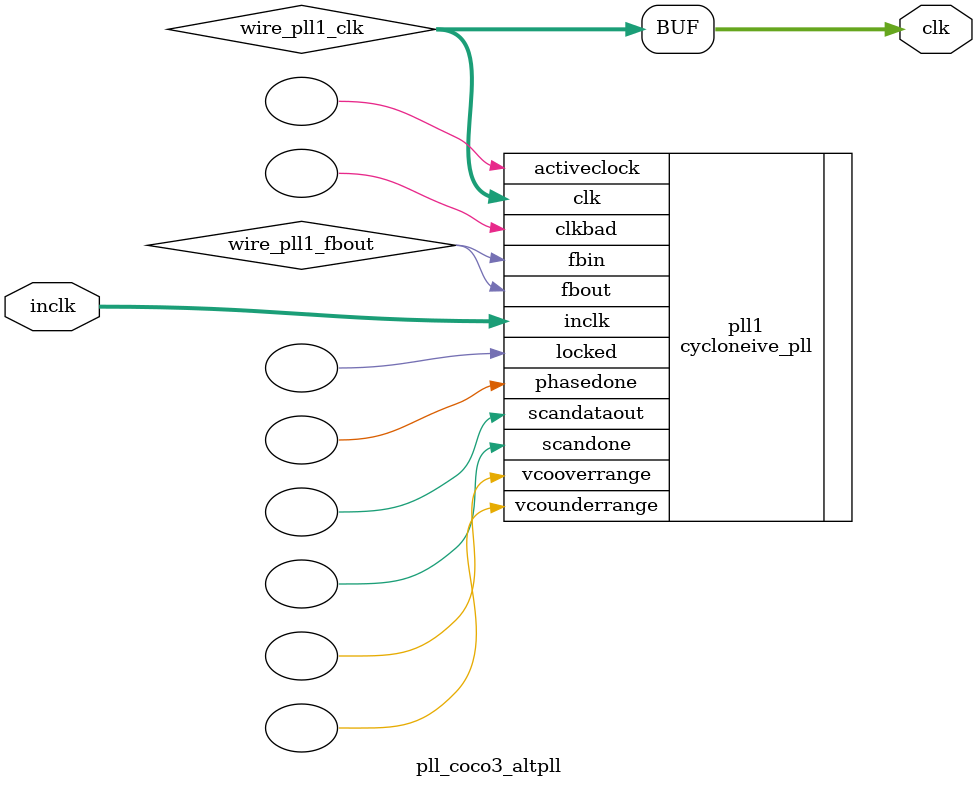
<source format=v>






//synthesis_resources = cycloneive_pll 1 
//synopsys translate_off
`timescale 1 ps / 1 ps
//synopsys translate_on
module  pll_coco3_altpll
	( 
	clk,
	inclk) /* synthesis synthesis_clearbox=1 */;
	output   [4:0]  clk;
	input   [1:0]  inclk;
`ifndef ALTERA_RESERVED_QIS
// synopsys translate_off
`endif
	tri0   [1:0]  inclk;
`ifndef ALTERA_RESERVED_QIS
// synopsys translate_on
`endif

	wire  [4:0]   wire_pll1_clk;
	wire  wire_pll1_fbout;

	cycloneive_pll   pll1
	( 
	.activeclock(),
	.clk(wire_pll1_clk),
	.clkbad(),
	.fbin(wire_pll1_fbout),
	.fbout(wire_pll1_fbout),
	.inclk(inclk),
	.locked(),
	.phasedone(),
	.scandataout(),
	.scandone(),
	.vcooverrange(),
	.vcounderrange()
	`ifndef FORMAL_VERIFICATION
	// synopsys translate_off
	`endif
	,
	.areset(1'b0),
	.clkswitch(1'b0),
	.configupdate(1'b0),
	.pfdena(1'b1),
	.phasecounterselect({3{1'b0}}),
	.phasestep(1'b0),
	.phaseupdown(1'b0),
	.scanclk(1'b0),
	.scanclkena(1'b1),
	.scandata(1'b0)
	`ifndef FORMAL_VERIFICATION
	// synopsys translate_on
	`endif
	);
	defparam
		pll1.bandwidth_type = "auto",
		pll1.clk0_divide_by = 55,
		pll1.clk0_duty_cycle = 50,
		pll1.clk0_multiply_by = 252,
		pll1.clk0_phase_shift = "0",
		pll1.clk1_divide_by = 55,
		pll1.clk1_duty_cycle = 50,
		pll1.clk1_multiply_by = 126,
		pll1.clk1_phase_shift = "1091",
		pll1.clk2_divide_by = 69,
		pll1.clk2_duty_cycle = 50,
		pll1.clk2_multiply_by = 55,
		pll1.clk2_phase_shift = "0",
		pll1.compensate_clock = "clk0",
		pll1.inclk0_input_frequency = 20000,
		pll1.operation_mode = "normal",
		pll1.pll_type = "auto",
		pll1.lpm_type = "cycloneive_pll";
	assign
		clk = {wire_pll1_clk[4:0]};
endmodule //pll_coco3_altpll
//VALID FILE

</source>
